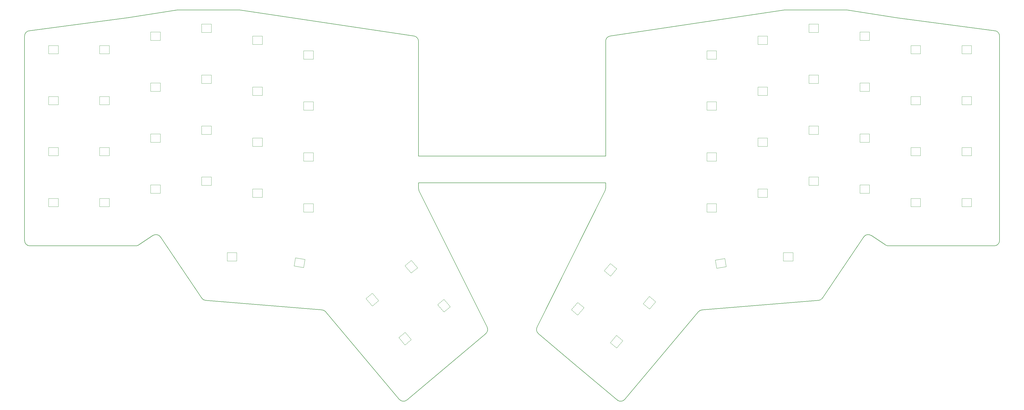
<source format=gbr>
%TF.GenerationSoftware,KiCad,Pcbnew,8.0.2-1.fc40*%
%TF.CreationDate,2024-06-26T22:38:01-04:00*%
%TF.ProjectId,BatBoard,42617442-6f61-4726-942e-6b696361645f,v1.0.0*%
%TF.SameCoordinates,Original*%
%TF.FileFunction,Profile,NP*%
%FSLAX46Y46*%
G04 Gerber Fmt 4.6, Leading zero omitted, Abs format (unit mm)*
G04 Created by KiCad (PCBNEW 8.0.2-1.fc40) date 2024-06-26 22:38:01*
%MOMM*%
%LPD*%
G01*
G04 APERTURE LIST*
%TA.AperFunction,Profile*%
%ADD10C,0.150000*%
%TD*%
%TA.AperFunction,Profile*%
%ADD11C,0.120000*%
%TD*%
G04 APERTURE END LIST*
D10*
X402595637Y-184525000D02*
X402595637Y-108079682D01*
X322248646Y-98346968D02*
X257187522Y-108070281D01*
X291471978Y-210464337D02*
X334961895Y-206915730D01*
X354625967Y-182624887D02*
X359992668Y-186190801D01*
X118821991Y-98346968D02*
X183883115Y-108070281D01*
X185797353Y-165896229D02*
X211202117Y-216890190D01*
X255273285Y-165896229D02*
X229868520Y-216890190D01*
X211202117Y-216890191D02*
G75*
G02*
X210705543Y-219307316I-1790117J-891809D01*
G01*
X364470238Y-101321000D02*
X345600248Y-98349348D01*
X185587500Y-152950000D02*
X255483137Y-152950000D01*
X81077969Y-186190801D02*
G75*
G02*
X79971124Y-186525013I-1106869J1665801D01*
G01*
X262641233Y-243899248D02*
G75*
G02*
X259823527Y-244145812I-1532133J1285548D01*
G01*
X178429404Y-243899248D02*
X150968097Y-211172137D01*
X290102541Y-211172136D02*
G75*
G02*
X291471979Y-210464353I1532059J-1285564D01*
G01*
X185797353Y-165896228D02*
G75*
G02*
X185587504Y-165004392I1790147J891828D01*
G01*
X336458032Y-206039682D02*
X351860334Y-183173361D01*
X361099513Y-186525000D02*
X400595637Y-186525000D01*
X243702354Y-230618456D02*
X259823569Y-244145762D01*
X243702354Y-230618456D02*
G75*
G02*
X243694329Y-230611687I1246146J1485556D01*
G01*
X400855873Y-106096685D02*
G75*
G02*
X402595623Y-108079682I-260273J-1983015D01*
G01*
X181247068Y-244145762D02*
G75*
G02*
X178429414Y-243899240I-1285568J1532062D01*
G01*
X76600400Y-101321000D02*
X95470390Y-98349348D01*
X104612605Y-206039682D02*
X89210304Y-183173361D01*
X210705569Y-219307346D02*
X197376308Y-230611687D01*
X86444670Y-182624886D02*
G75*
G02*
X89210290Y-183173371I1106830J-1665814D01*
G01*
X364521128Y-101328345D02*
G75*
G02*
X364470238Y-101321001I260172J1982845D01*
G01*
X185587500Y-162950000D02*
X185587500Y-165004392D01*
X118526376Y-98325001D02*
G75*
G02*
X118821992Y-98346968I24J-1999799D01*
G01*
X230365067Y-219307347D02*
G75*
G02*
X229868498Y-216890179I1293633J1525347D01*
G01*
X40214764Y-106096684D02*
X76549509Y-101328345D01*
X38475000Y-184525000D02*
X38475000Y-108079682D01*
X255483138Y-165004392D02*
G75*
G02*
X255273292Y-165896232I-2000038J-8D01*
G01*
X40475000Y-186525000D02*
G75*
G02*
X38475000Y-184525000I0J2000000D01*
G01*
X262641233Y-243899248D02*
X290102540Y-211172137D01*
X185587500Y-110048314D02*
X185587500Y-152950000D01*
X183883115Y-108070282D02*
G75*
G02*
X185587486Y-110048314I-295615J-1978018D01*
G01*
X197376308Y-230611687D02*
G75*
G02*
X197368283Y-230618456I-1254208J1478787D01*
G01*
X95781516Y-98325000D02*
X118526377Y-98325000D01*
X255483137Y-162950000D02*
X255483137Y-165004392D01*
X255483137Y-110048314D02*
X255483137Y-152950000D01*
X106108742Y-206915730D02*
G75*
G02*
X104612625Y-206039668I162658J1993330D01*
G01*
X361099513Y-186525001D02*
G75*
G02*
X359992664Y-186190808I-13J2000001D01*
G01*
X86444670Y-182624887D02*
X81077969Y-186190801D01*
X255483136Y-110048314D02*
G75*
G02*
X257187525Y-108070298I1999964J14D01*
G01*
X95470390Y-98349348D02*
G75*
G02*
X95781516Y-98325001I311110J-1975552D01*
G01*
X230365068Y-219307346D02*
X243694329Y-230611687D01*
X185587500Y-162950000D02*
X255483137Y-162950000D01*
X149598660Y-210464337D02*
X106108742Y-206915730D01*
X345289121Y-98325000D02*
X322544261Y-98325000D01*
X197368283Y-230618456D02*
X181247068Y-244145762D01*
X345289122Y-98325000D02*
G75*
G02*
X345600247Y-98349353I-22J-1999900D01*
G01*
X149598660Y-210464337D02*
G75*
G02*
X150968090Y-211172143I-162660J-1993363D01*
G01*
X400855873Y-106096684D02*
X364521128Y-101328345D01*
X351860334Y-183173361D02*
G75*
G02*
X354625948Y-182624915I1658766J-1117339D01*
G01*
X322248646Y-98346968D02*
G75*
G02*
X322544261Y-98324996I295654J-1978132D01*
G01*
X79971124Y-186525000D02*
X40475000Y-186525000D01*
X76600399Y-101321000D02*
G75*
G02*
X76549509Y-101328345I-311099J1975500D01*
G01*
X38474999Y-108079682D02*
G75*
G02*
X40214766Y-106096702I2000001J-18D01*
G01*
X402595637Y-184525000D02*
G75*
G02*
X400595637Y-186525037I-2000037J0D01*
G01*
X336458032Y-206039682D02*
G75*
G02*
X334961899Y-206915782I-1658832J1117282D01*
G01*
D11*
%TO.C,LED51*%
X293270637Y-170750000D02*
X293270637Y-173850000D01*
X293270637Y-173850000D02*
X296870637Y-173850000D01*
X296870637Y-170750000D02*
X293270637Y-170750000D01*
X296870637Y-173850000D02*
X296870637Y-170750000D01*
%TO.C,LED48*%
X312320637Y-146200000D02*
X312320637Y-149300000D01*
X312320637Y-149300000D02*
X315920637Y-149300000D01*
X315920637Y-146200000D02*
X312320637Y-146200000D01*
X315920637Y-149300000D02*
X315920637Y-146200000D01*
%TO.C,LED52*%
X293270637Y-151700000D02*
X293270637Y-154800000D01*
X293270637Y-154800000D02*
X296870637Y-154800000D01*
X296870637Y-151700000D02*
X293270637Y-151700000D01*
X296870637Y-154800000D02*
X296870637Y-151700000D01*
%TO.C,LED34*%
X388520637Y-111600000D02*
X388520637Y-114700000D01*
X388520637Y-114700000D02*
X392120637Y-114700000D01*
X392120637Y-111600000D02*
X388520637Y-111600000D01*
X392120637Y-114700000D02*
X392120637Y-111600000D01*
%TO.C,LED11*%
X85550000Y-125650000D02*
X85550000Y-128750000D01*
X85550000Y-128750000D02*
X89150000Y-128750000D01*
X89150000Y-125650000D02*
X85550000Y-125650000D01*
X89150000Y-128750000D02*
X89150000Y-125650000D01*
%TO.C,LED25*%
X114125000Y-189062500D02*
X114125000Y-192162500D01*
X114125000Y-192162500D02*
X117725000Y-192162500D01*
X117725000Y-189062500D02*
X114125000Y-189062500D01*
X117725000Y-192162500D02*
X117725000Y-189062500D01*
%TO.C,LED4*%
X47450000Y-111600000D02*
X47450000Y-114700000D01*
X47450000Y-114700000D02*
X51050000Y-114700000D01*
X51050000Y-111600000D02*
X47450000Y-111600000D01*
X51050000Y-114700000D02*
X51050000Y-111600000D01*
%TO.C,LED19*%
X123650000Y-127150000D02*
X123650000Y-130250000D01*
X123650000Y-130250000D02*
X127250000Y-130250000D01*
X127250000Y-127150000D02*
X123650000Y-127150000D01*
X127250000Y-130250000D02*
X127250000Y-127150000D01*
%TO.C,LED44*%
X331370637Y-141700000D02*
X331370637Y-144800000D01*
X331370637Y-144800000D02*
X334970637Y-144800000D01*
X334970637Y-141700000D02*
X331370637Y-141700000D01*
X334970637Y-144800000D02*
X334970637Y-141700000D01*
%TO.C,LED36*%
X369470637Y-149700000D02*
X369470637Y-152800000D01*
X369470637Y-152800000D02*
X373070637Y-152800000D01*
X373070637Y-149700000D02*
X369470637Y-149700000D01*
X373070637Y-152800000D02*
X373070637Y-149700000D01*
%TO.C,LED22*%
X142700000Y-151700000D02*
X142700000Y-154800000D01*
X142700000Y-154800000D02*
X146300000Y-154800000D01*
X146300000Y-151700000D02*
X142700000Y-151700000D01*
X146300000Y-154800000D02*
X146300000Y-151700000D01*
%TO.C,LED6*%
X66500000Y-149700000D02*
X66500000Y-152800000D01*
X66500000Y-152800000D02*
X70100000Y-152800000D01*
X70100000Y-149700000D02*
X66500000Y-149700000D01*
X70100000Y-152800000D02*
X70100000Y-149700000D01*
%TO.C,LED50*%
X312320637Y-108100000D02*
X312320637Y-111200000D01*
X312320637Y-111200000D02*
X315920637Y-111200000D01*
X315920637Y-108100000D02*
X312320637Y-108100000D01*
X315920637Y-111200000D02*
X315920637Y-108100000D01*
%TO.C,LED60*%
X242683432Y-210394499D02*
X245058170Y-212387141D01*
X244997468Y-207636739D02*
X242683432Y-210394499D01*
X245058170Y-212387141D02*
X247372206Y-209629381D01*
X247372206Y-209629381D02*
X244997468Y-207636739D01*
%TO.C,LED3*%
X47450000Y-130650000D02*
X47450000Y-133750000D01*
X47450000Y-133750000D02*
X51050000Y-133750000D01*
X51050000Y-130650000D02*
X47450000Y-130650000D01*
X51050000Y-133750000D02*
X51050000Y-130650000D01*
%TO.C,LED15*%
X104600000Y-122650000D02*
X104600000Y-125750000D01*
X104600000Y-125750000D02*
X108200000Y-125750000D01*
X108200000Y-122650000D02*
X104600000Y-122650000D01*
X108200000Y-125750000D02*
X108200000Y-122650000D01*
%TO.C,LED46*%
X331370637Y-103600000D02*
X331370637Y-106700000D01*
X331370637Y-106700000D02*
X334970637Y-106700000D01*
X334970637Y-103600000D02*
X331370637Y-103600000D01*
X334970637Y-106700000D02*
X334970637Y-103600000D01*
%TO.C,LED26*%
X139098444Y-194013088D02*
X142643752Y-194638222D01*
X139636754Y-190960184D02*
X139098444Y-194013088D01*
X142643752Y-194638222D02*
X143182062Y-191585318D01*
X143182062Y-191585318D02*
X139636754Y-190960184D01*
%TO.C,LED9*%
X85550000Y-163750000D02*
X85550000Y-166850000D01*
X85550000Y-166850000D02*
X89150000Y-166850000D01*
X89150000Y-163750000D02*
X85550000Y-163750000D01*
X89150000Y-166850000D02*
X89150000Y-163750000D01*
%TO.C,LED39*%
X350420637Y-163750000D02*
X350420637Y-166850000D01*
X350420637Y-166850000D02*
X354020637Y-166850000D01*
X354020637Y-163750000D02*
X350420637Y-163750000D01*
X354020637Y-166850000D02*
X354020637Y-163750000D01*
%TO.C,LED17*%
X123650000Y-165250000D02*
X123650000Y-168350000D01*
X123650000Y-168350000D02*
X127250000Y-168350000D01*
X127250000Y-165250000D02*
X123650000Y-165250000D01*
X127250000Y-168350000D02*
X127250000Y-165250000D01*
%TO.C,LED40*%
X350420637Y-144700000D02*
X350420637Y-147800000D01*
X350420637Y-147800000D02*
X354020637Y-147800000D01*
X354020637Y-144700000D02*
X350420637Y-144700000D01*
X354020637Y-147800000D02*
X354020637Y-144700000D01*
%TO.C,LED56*%
X296411363Y-191845790D02*
X296949673Y-194898694D01*
X296949673Y-194898694D02*
X300494981Y-194273560D01*
X299956671Y-191220656D02*
X296411363Y-191845790D01*
X300494981Y-194273560D02*
X299956671Y-191220656D01*
%TO.C,LED38*%
X369470637Y-111600000D02*
X369470637Y-114700000D01*
X369470637Y-114700000D02*
X373070637Y-114700000D01*
X373070637Y-111600000D02*
X369470637Y-111600000D01*
X373070637Y-114700000D02*
X373070637Y-111600000D01*
%TO.C,LED33*%
X388520637Y-130650000D02*
X388520637Y-133750000D01*
X388520637Y-133750000D02*
X392120637Y-133750000D01*
X392120637Y-130650000D02*
X388520637Y-130650000D01*
X392120637Y-133750000D02*
X392120637Y-130650000D01*
%TO.C,LED42*%
X350420637Y-106600000D02*
X350420637Y-109700000D01*
X350420637Y-109700000D02*
X354020637Y-109700000D01*
X354020637Y-106600000D02*
X350420637Y-106600000D01*
X354020637Y-109700000D02*
X354020637Y-106600000D01*
%TO.C,LED49*%
X312320637Y-127150000D02*
X312320637Y-130250000D01*
X312320637Y-130250000D02*
X315920637Y-130250000D01*
X315920637Y-127150000D02*
X312320637Y-127150000D01*
X315920637Y-130250000D02*
X315920637Y-127150000D01*
%TO.C,LED8*%
X66500000Y-111600000D02*
X66500000Y-114700000D01*
X66500000Y-114700000D02*
X70100000Y-114700000D01*
X70100000Y-111600000D02*
X66500000Y-111600000D01*
X70100000Y-114700000D02*
X70100000Y-111600000D01*
%TO.C,LED31*%
X388520637Y-168750000D02*
X388520637Y-171850000D01*
X388520637Y-171850000D02*
X392120637Y-171850000D01*
X392120637Y-168750000D02*
X388520637Y-168750000D01*
X392120637Y-171850000D02*
X392120637Y-168750000D01*
%TO.C,LED23*%
X142700000Y-132650000D02*
X142700000Y-135750000D01*
X142700000Y-135750000D02*
X146300000Y-135750000D01*
X146300000Y-132650000D02*
X142700000Y-132650000D01*
X146300000Y-135750000D02*
X146300000Y-132650000D01*
%TO.C,LED12*%
X85550000Y-106600000D02*
X85550000Y-109700000D01*
X85550000Y-109700000D02*
X89150000Y-109700000D01*
X89150000Y-106600000D02*
X85550000Y-106600000D01*
X89150000Y-109700000D02*
X89150000Y-106600000D01*
%TO.C,LED43*%
X331370637Y-160750000D02*
X331370637Y-163850000D01*
X331370637Y-163850000D02*
X334970637Y-163850000D01*
X334970637Y-160750000D02*
X331370637Y-160750000D01*
X334970637Y-163850000D02*
X334970637Y-160750000D01*
%TO.C,LED53*%
X293270637Y-132650000D02*
X293270637Y-135750000D01*
X293270637Y-135750000D02*
X296870637Y-135750000D01*
X296870637Y-132650000D02*
X293270637Y-132650000D01*
X296870637Y-135750000D02*
X296870637Y-132650000D01*
%TO.C,LED55*%
X321845637Y-189062500D02*
X321845637Y-192162500D01*
X321845637Y-192162500D02*
X325445637Y-192162500D01*
X325445637Y-189062500D02*
X321845637Y-189062500D01*
X325445637Y-192162500D02*
X325445637Y-189062500D01*
%TO.C,LED13*%
X104600000Y-160750000D02*
X104600000Y-163850000D01*
X104600000Y-163850000D02*
X108200000Y-163850000D01*
X108200000Y-160750000D02*
X104600000Y-160750000D01*
X108200000Y-163850000D02*
X108200000Y-160750000D01*
%TO.C,LED21*%
X142700000Y-170750000D02*
X142700000Y-173850000D01*
X142700000Y-173850000D02*
X146300000Y-173850000D01*
X146300000Y-170750000D02*
X142700000Y-170750000D01*
X146300000Y-173850000D02*
X146300000Y-170750000D01*
%TO.C,LED35*%
X369470637Y-168750000D02*
X369470637Y-171850000D01*
X369470637Y-171850000D02*
X373070637Y-171850000D01*
X373070637Y-168750000D02*
X369470637Y-168750000D01*
X373070637Y-171850000D02*
X373070637Y-168750000D01*
%TO.C,LED24*%
X142700000Y-113600000D02*
X142700000Y-116700000D01*
X142700000Y-116700000D02*
X146300000Y-116700000D01*
X146300000Y-113600000D02*
X142700000Y-113600000D01*
X146300000Y-116700000D02*
X146300000Y-113600000D01*
%TO.C,LED32*%
X388520637Y-149700000D02*
X388520637Y-152800000D01*
X388520637Y-152800000D02*
X392120637Y-152800000D01*
X392120637Y-149700000D02*
X388520637Y-149700000D01*
X392120637Y-152800000D02*
X392120637Y-149700000D01*
%TO.C,LED29*%
X180521285Y-193925470D02*
X182835321Y-196683230D01*
X182835321Y-196683230D02*
X185210059Y-194690588D01*
X182896023Y-191932828D02*
X180521285Y-193925470D01*
X185210059Y-194690588D02*
X182896023Y-191932828D01*
%TO.C,LED2*%
X47450000Y-149700000D02*
X47450000Y-152800000D01*
X47450000Y-152800000D02*
X51050000Y-152800000D01*
X51050000Y-149700000D02*
X47450000Y-149700000D01*
X51050000Y-152800000D02*
X51050000Y-149700000D01*
%TO.C,LED41*%
X350420637Y-125650000D02*
X350420637Y-128750000D01*
X350420637Y-128750000D02*
X354020637Y-128750000D01*
X354020637Y-125650000D02*
X350420637Y-125650000D01*
X354020637Y-128750000D02*
X354020637Y-125650000D01*
%TO.C,LED59*%
X254896397Y-195839654D02*
X257271135Y-197832296D01*
X257210433Y-193081894D02*
X254896397Y-195839654D01*
X257271135Y-197832296D02*
X259585171Y-195074536D01*
X259585171Y-195074536D02*
X257210433Y-193081894D01*
%TO.C,LED10*%
X85550000Y-144700000D02*
X85550000Y-147800000D01*
X85550000Y-147800000D02*
X89150000Y-147800000D01*
X89150000Y-144700000D02*
X85550000Y-144700000D01*
X89150000Y-147800000D02*
X89150000Y-144700000D01*
%TO.C,LED54*%
X293270637Y-113600000D02*
X293270637Y-116700000D01*
X293270637Y-116700000D02*
X296870637Y-116700000D01*
X296870637Y-113600000D02*
X293270637Y-113600000D01*
X296870637Y-116700000D02*
X296870637Y-113600000D01*
%TO.C,LED37*%
X369470637Y-130650000D02*
X369470637Y-133750000D01*
X369470637Y-133750000D02*
X373070637Y-133750000D01*
X373070637Y-130650000D02*
X369470637Y-130650000D01*
X373070637Y-133750000D02*
X373070637Y-130650000D01*
%TO.C,LED28*%
X178205382Y-220802023D02*
X180519418Y-223559783D01*
X180519418Y-223559783D02*
X182894156Y-221567141D01*
X180580120Y-218809381D02*
X178205382Y-220802023D01*
X182894156Y-221567141D02*
X180580120Y-218809381D01*
%TO.C,LED27*%
X165960278Y-206208876D02*
X168274314Y-208966636D01*
X168274314Y-208966636D02*
X170649052Y-206973994D01*
X168335016Y-204216234D02*
X165960278Y-206208876D01*
X170649052Y-206973994D02*
X168335016Y-204216234D01*
%TO.C,LED18*%
X123650000Y-146200000D02*
X123650000Y-149300000D01*
X123650000Y-149300000D02*
X127250000Y-149300000D01*
X127250000Y-146200000D02*
X123650000Y-146200000D01*
X127250000Y-149300000D02*
X127250000Y-146200000D01*
%TO.C,LED45*%
X331370637Y-122650000D02*
X331370637Y-125750000D01*
X331370637Y-125750000D02*
X334970637Y-125750000D01*
X334970637Y-122650000D02*
X331370637Y-122650000D01*
X334970637Y-125750000D02*
X334970637Y-122650000D01*
%TO.C,LED14*%
X104600000Y-141700000D02*
X104600000Y-144800000D01*
X104600000Y-144800000D02*
X108200000Y-144800000D01*
X108200000Y-141700000D02*
X104600000Y-141700000D01*
X108200000Y-144800000D02*
X108200000Y-141700000D01*
%TO.C,LED57*%
X269457404Y-208123061D02*
X271832142Y-210115703D01*
X271771440Y-205365301D02*
X269457404Y-208123061D01*
X271832142Y-210115703D02*
X274146178Y-207357943D01*
X274146178Y-207357943D02*
X271771440Y-205365301D01*
%TO.C,LED58*%
X257212300Y-222716207D02*
X259587038Y-224708849D01*
X259526336Y-219958447D02*
X257212300Y-222716207D01*
X259587038Y-224708849D02*
X261901074Y-221951089D01*
X261901074Y-221951089D02*
X259526336Y-219958447D01*
%TO.C,LED20*%
X123650000Y-108100000D02*
X123650000Y-111200000D01*
X123650000Y-111200000D02*
X127250000Y-111200000D01*
X127250000Y-108100000D02*
X123650000Y-108100000D01*
X127250000Y-111200000D02*
X127250000Y-108100000D01*
%TO.C,LED1*%
X47450000Y-168750000D02*
X47450000Y-171850000D01*
X47450000Y-171850000D02*
X51050000Y-171850000D01*
X51050000Y-168750000D02*
X47450000Y-168750000D01*
X51050000Y-171850000D02*
X51050000Y-168750000D01*
%TO.C,LED47*%
X312320637Y-165250000D02*
X312320637Y-168350000D01*
X312320637Y-168350000D02*
X315920637Y-168350000D01*
X315920637Y-165250000D02*
X312320637Y-165250000D01*
X315920637Y-168350000D02*
X315920637Y-165250000D01*
%TO.C,LED16*%
X104600000Y-103600000D02*
X104600000Y-106700000D01*
X104600000Y-106700000D02*
X108200000Y-106700000D01*
X108200000Y-103600000D02*
X104600000Y-103600000D01*
X108200000Y-106700000D02*
X108200000Y-103600000D01*
%TO.C,LED7*%
X66500000Y-130650000D02*
X66500000Y-133750000D01*
X66500000Y-133750000D02*
X70100000Y-133750000D01*
X70100000Y-130650000D02*
X66500000Y-130650000D01*
X70100000Y-133750000D02*
X70100000Y-130650000D01*
%TO.C,LED30*%
X192734250Y-208480314D02*
X195048286Y-211238074D01*
X195048286Y-211238074D02*
X197423024Y-209245432D01*
X195108988Y-206487672D02*
X192734250Y-208480314D01*
X197423024Y-209245432D02*
X195108988Y-206487672D01*
%TO.C,LED5*%
X66500000Y-168750000D02*
X66500000Y-171850000D01*
X66500000Y-171850000D02*
X70100000Y-171850000D01*
X70100000Y-168750000D02*
X66500000Y-168750000D01*
X70100000Y-171850000D02*
X70100000Y-168750000D01*
%TD*%
M02*

</source>
